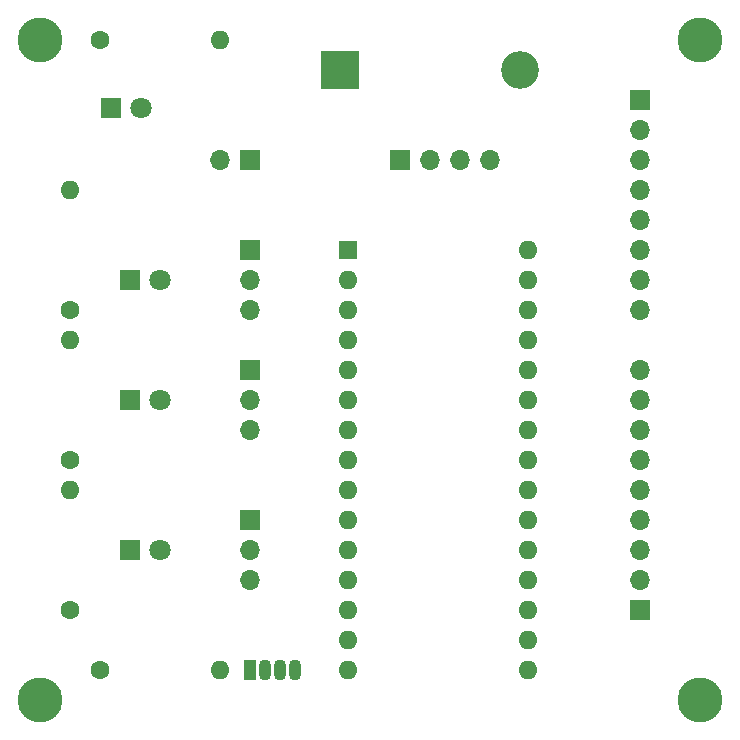
<source format=gts>
%TF.GenerationSoftware,KiCad,Pcbnew,7.0.5*%
%TF.CreationDate,2023-10-17T21:19:38+10:00*%
%TF.ProjectId,Test Stand,54657374-2053-4746-916e-642e6b696361,rev?*%
%TF.SameCoordinates,Original*%
%TF.FileFunction,Soldermask,Top*%
%TF.FilePolarity,Negative*%
%FSLAX46Y46*%
G04 Gerber Fmt 4.6, Leading zero omitted, Abs format (unit mm)*
G04 Created by KiCad (PCBNEW 7.0.5) date 2023-10-17 21:19:38*
%MOMM*%
%LPD*%
G01*
G04 APERTURE LIST*
%ADD10C,1.600000*%
%ADD11O,1.600000X1.600000*%
%ADD12C,1.800000*%
%ADD13R,1.800000X1.800000*%
%ADD14R,3.200000X3.200000*%
%ADD15O,3.200000X3.200000*%
%ADD16R,1.700000X1.700000*%
%ADD17O,1.700000X1.700000*%
%ADD18C,3.800000*%
%ADD19R,1.070000X1.800000*%
%ADD20O,1.070000X1.800000*%
%ADD21R,1.600000X1.600000*%
G04 APERTURE END LIST*
D10*
X55880000Y-43180000D03*
D11*
X66040000Y-43180000D03*
D12*
X59320000Y-48980000D03*
D13*
X56780000Y-48980000D03*
D14*
X76200000Y-45720000D03*
D15*
X91440000Y-45720000D03*
D16*
X81280000Y-53340000D03*
D17*
X83820000Y-53340000D03*
X86360000Y-53340000D03*
X88900000Y-53340000D03*
D16*
X101600000Y-48260000D03*
D17*
X101600000Y-50800000D03*
X101600000Y-53340000D03*
X101600000Y-55880000D03*
X101600000Y-58420000D03*
X101600000Y-60960000D03*
X101600000Y-63500000D03*
X101600000Y-66040000D03*
D16*
X101600000Y-91440000D03*
D17*
X101600000Y-88900000D03*
X101600000Y-86360000D03*
X101600000Y-83820000D03*
X101600000Y-81280000D03*
X101600000Y-78740000D03*
X101600000Y-76200000D03*
X101600000Y-73660000D03*
X101600000Y-71120000D03*
D18*
X50800000Y-43180000D03*
D16*
X68580000Y-60960000D03*
D17*
X68580000Y-63500000D03*
X68580000Y-66040000D03*
D16*
X68580000Y-83820000D03*
D17*
X68580000Y-86360000D03*
X68580000Y-88900000D03*
D13*
X58420000Y-73660000D03*
D12*
X60960000Y-73660000D03*
D10*
X53340000Y-78740000D03*
D11*
X53340000Y-68580000D03*
D10*
X55880000Y-96520000D03*
D11*
X66040000Y-96520000D03*
D18*
X106680000Y-43180000D03*
D13*
X58420000Y-63500000D03*
D12*
X60960000Y-63500000D03*
D18*
X50800000Y-99060000D03*
D19*
X68580000Y-96520000D03*
D20*
X69850000Y-96520000D03*
X71120000Y-96520000D03*
X72390000Y-96520000D03*
D16*
X68580000Y-53340000D03*
D17*
X66040000Y-53340000D03*
D10*
X53340000Y-66040000D03*
D11*
X53340000Y-55880000D03*
D21*
X76870000Y-60960000D03*
D11*
X76870000Y-63500000D03*
X76870000Y-66040000D03*
X76870000Y-68580000D03*
X76870000Y-71120000D03*
X76870000Y-73660000D03*
X76870000Y-76200000D03*
X76870000Y-78740000D03*
X76870000Y-81280000D03*
X76870000Y-83820000D03*
X76870000Y-86360000D03*
X76870000Y-88900000D03*
X76870000Y-91440000D03*
X76870000Y-93980000D03*
X76870000Y-96520000D03*
X92110000Y-96520000D03*
X92110000Y-93980000D03*
X92110000Y-91440000D03*
X92110000Y-88900000D03*
X92110000Y-86360000D03*
X92110000Y-83820000D03*
X92110000Y-81280000D03*
X92110000Y-78740000D03*
X92110000Y-76200000D03*
X92110000Y-73660000D03*
X92110000Y-71120000D03*
X92110000Y-68580000D03*
X92110000Y-66040000D03*
X92110000Y-63500000D03*
X92110000Y-60960000D03*
D16*
X68580000Y-71120000D03*
D17*
X68580000Y-73660000D03*
X68580000Y-76200000D03*
D18*
X106680000Y-99060000D03*
D13*
X58420000Y-86360000D03*
D12*
X60960000Y-86360000D03*
D10*
X53340000Y-91440000D03*
D11*
X53340000Y-81280000D03*
M02*

</source>
